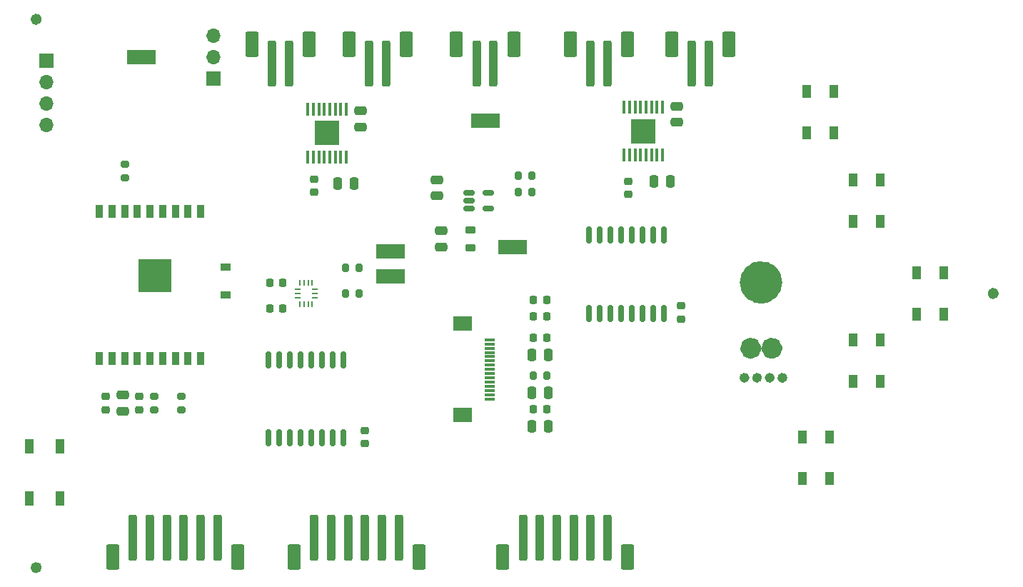
<source format=gbr>
G04 #@! TF.GenerationSoftware,KiCad,Pcbnew,(6.0.6-0)*
G04 #@! TF.CreationDate,2022-08-30T17:18:48-07:00*
G04 #@! TF.ProjectId,RobotDriver,526f626f-7444-4726-9976-65722e6b6963,rev?*
G04 #@! TF.SameCoordinates,Original*
G04 #@! TF.FileFunction,Soldermask,Top*
G04 #@! TF.FilePolarity,Negative*
%FSLAX46Y46*%
G04 Gerber Fmt 4.6, Leading zero omitted, Abs format (unit mm)*
G04 Created by KiCad (PCBNEW (6.0.6-0)) date 2022-08-30 17:18:48*
%MOMM*%
%LPD*%
G01*
G04 APERTURE LIST*
G04 Aperture macros list*
%AMRoundRect*
0 Rectangle with rounded corners*
0 $1 Rounding radius*
0 $2 $3 $4 $5 $6 $7 $8 $9 X,Y pos of 4 corners*
0 Add a 4 corners polygon primitive as box body*
4,1,4,$2,$3,$4,$5,$6,$7,$8,$9,$2,$3,0*
0 Add four circle primitives for the rounded corners*
1,1,$1+$1,$2,$3*
1,1,$1+$1,$4,$5*
1,1,$1+$1,$6,$7*
1,1,$1+$1,$8,$9*
0 Add four rect primitives between the rounded corners*
20,1,$1+$1,$2,$3,$4,$5,0*
20,1,$1+$1,$4,$5,$6,$7,0*
20,1,$1+$1,$6,$7,$8,$9,0*
20,1,$1+$1,$8,$9,$2,$3,0*%
G04 Aperture macros list end*
%ADD10C,0.650000*%
%ADD11C,0.700000*%
%ADD12C,1.500000*%
%ADD13C,2.500000*%
%ADD14RoundRect,0.225000X-0.225000X-0.250000X0.225000X-0.250000X0.225000X0.250000X-0.225000X0.250000X0*%
%ADD15RoundRect,0.200000X0.200000X0.275000X-0.200000X0.275000X-0.200000X-0.275000X0.200000X-0.275000X0*%
%ADD16RoundRect,0.200000X-0.200000X-0.275000X0.200000X-0.275000X0.200000X0.275000X-0.200000X0.275000X0*%
%ADD17RoundRect,0.225000X-0.250000X0.225000X-0.250000X-0.225000X0.250000X-0.225000X0.250000X0.225000X0*%
%ADD18C,1.152000*%
%ADD19R,1.000000X1.500000*%
%ADD20RoundRect,0.250000X0.250000X0.475000X-0.250000X0.475000X-0.250000X-0.475000X0.250000X-0.475000X0*%
%ADD21RoundRect,0.225000X0.250000X-0.225000X0.250000X0.225000X-0.250000X0.225000X-0.250000X-0.225000X0*%
%ADD22RoundRect,0.250000X-0.250000X-2.500000X0.250000X-2.500000X0.250000X2.500000X-0.250000X2.500000X0*%
%ADD23RoundRect,0.250000X-0.550000X-1.250000X0.550000X-1.250000X0.550000X1.250000X-0.550000X1.250000X0*%
%ADD24R,1.700000X1.700000*%
%ADD25O,1.700000X1.700000*%
%ADD26R,0.900000X1.500000*%
%ADD27R,4.000000X4.000000*%
%ADD28R,3.400000X1.800000*%
%ADD29RoundRect,0.250000X0.475000X-0.250000X0.475000X0.250000X-0.475000X0.250000X-0.475000X-0.250000X0*%
%ADD30R,1.300000X0.300000*%
%ADD31R,2.200000X1.800000*%
%ADD32RoundRect,0.250000X0.250000X2.500000X-0.250000X2.500000X-0.250000X-2.500000X0.250000X-2.500000X0*%
%ADD33RoundRect,0.250000X0.550000X1.250000X-0.550000X1.250000X-0.550000X-1.250000X0.550000X-1.250000X0*%
%ADD34RoundRect,0.200000X0.275000X-0.200000X0.275000X0.200000X-0.275000X0.200000X-0.275000X-0.200000X0*%
%ADD35RoundRect,0.250000X-0.475000X0.250000X-0.475000X-0.250000X0.475000X-0.250000X0.475000X0.250000X0*%
%ADD36RoundRect,0.150000X-0.150000X0.875000X-0.150000X-0.875000X0.150000X-0.875000X0.150000X0.875000X0*%
%ADD37R,1.100000X1.800000*%
%ADD38RoundRect,0.100000X-0.100000X0.675000X-0.100000X-0.675000X0.100000X-0.675000X0.100000X0.675000X0*%
%ADD39R,3.000000X3.000000*%
%ADD40RoundRect,0.200000X-0.275000X0.200000X-0.275000X-0.200000X0.275000X-0.200000X0.275000X0.200000X0*%
%ADD41RoundRect,0.250000X-0.250000X-0.475000X0.250000X-0.475000X0.250000X0.475000X-0.250000X0.475000X0*%
%ADD42R,1.200000X0.900000*%
%ADD43RoundRect,0.225000X0.225000X0.250000X-0.225000X0.250000X-0.225000X-0.250000X0.225000X-0.250000X0*%
%ADD44RoundRect,0.218750X-0.381250X0.218750X-0.381250X-0.218750X0.381250X-0.218750X0.381250X0.218750X0*%
%ADD45RoundRect,0.150000X-0.512500X-0.150000X0.512500X-0.150000X0.512500X0.150000X-0.512500X0.150000X0*%
%ADD46R,0.250000X0.675000*%
%ADD47R,0.675000X0.250000*%
G04 APERTURE END LIST*
D10*
X100325000Y-52500000D02*
G75*
G03*
X100325000Y-52500000I-325000J0D01*
G01*
X213825000Y-85000000D02*
G75*
G03*
X213825000Y-85000000I-325000J0D01*
G01*
D11*
X187250000Y-95000000D02*
G75*
G03*
X187250000Y-95000000I-250000J0D01*
G01*
X188750000Y-95000000D02*
G75*
G03*
X188750000Y-95000000I-250000J0D01*
G01*
X185750000Y-95000000D02*
G75*
G03*
X185750000Y-95000000I-250000J0D01*
G01*
X184250000Y-95000000D02*
G75*
G03*
X184250000Y-95000000I-250000J0D01*
G01*
D12*
X185250000Y-91500000D02*
G75*
G03*
X185250000Y-91500000I-500000J0D01*
G01*
X187750000Y-91500000D02*
G75*
G03*
X187750000Y-91500000I-500000J0D01*
G01*
D10*
X100325000Y-117500000D02*
G75*
G03*
X100325000Y-117500000I-325000J0D01*
G01*
D13*
X187218806Y-83691835D02*
G75*
G03*
X187218806Y-83691835I-1250000J0D01*
G01*
D14*
X158975000Y-98750000D03*
X160525000Y-98750000D03*
D15*
X138325000Y-85000000D03*
X136675000Y-85000000D03*
D16*
X158925000Y-94750000D03*
X160575000Y-94750000D03*
D17*
X133000000Y-71475000D03*
X133000000Y-73025000D03*
D18*
X100000000Y-52500000D03*
D19*
X204400000Y-87450000D03*
X207600000Y-87450000D03*
X207600000Y-82550000D03*
X204400000Y-82550000D03*
D20*
X137700000Y-72000000D03*
X135800000Y-72000000D03*
D18*
X213500000Y-85000000D03*
D21*
X176500000Y-88025000D03*
X176500000Y-86475000D03*
D22*
X139500000Y-57750000D03*
X141500000Y-57750000D03*
D23*
X137100000Y-55500000D03*
X143900000Y-55500000D03*
D22*
X165750000Y-57750000D03*
X167750000Y-57750000D03*
D23*
X163350000Y-55500000D03*
X170150000Y-55500000D03*
D14*
X158975000Y-90250000D03*
X160525000Y-90250000D03*
D19*
X196900000Y-76450000D03*
X200100000Y-76450000D03*
X200100000Y-71550000D03*
X196900000Y-71550000D03*
D24*
X101250000Y-57450000D03*
D25*
X101250000Y-59990000D03*
X101250000Y-62530000D03*
X101250000Y-65070000D03*
D22*
X128000000Y-57750000D03*
X130000000Y-57750000D03*
D23*
X125600000Y-55500000D03*
X132400000Y-55500000D03*
D17*
X112250000Y-97225000D03*
X112250000Y-98775000D03*
D18*
X100000000Y-117500000D03*
D26*
X107500000Y-92750000D03*
X109000000Y-92750000D03*
X110500000Y-92750000D03*
X112000000Y-92750000D03*
X113500000Y-92750000D03*
X115000000Y-92750000D03*
X116500000Y-92750000D03*
X118000000Y-92750000D03*
X119500000Y-92750000D03*
X119500000Y-75250000D03*
X118000000Y-75250000D03*
X116500000Y-75250000D03*
X115000000Y-75250000D03*
X113500000Y-75250000D03*
X112000000Y-75250000D03*
X110500000Y-75250000D03*
X109000000Y-75250000D03*
X107500000Y-75250000D03*
D27*
X114110000Y-82900000D03*
D28*
X153250000Y-64500000D03*
D29*
X148000000Y-79500000D03*
X148000000Y-77600000D03*
D30*
X153800000Y-90500000D03*
X153800000Y-91000000D03*
X153800000Y-91500000D03*
X153800000Y-92000000D03*
X153800000Y-92500000D03*
X153800000Y-93000000D03*
X153800000Y-93500000D03*
X153800000Y-94000000D03*
X153800000Y-94500000D03*
X153800000Y-95000000D03*
X153800000Y-95500000D03*
X153800000Y-96000000D03*
X153800000Y-96500000D03*
X153800000Y-97000000D03*
X153800000Y-97500000D03*
D31*
X150550000Y-88600000D03*
X150550000Y-99400000D03*
D32*
X167750000Y-114000000D03*
X165750000Y-114000000D03*
X163750000Y-114000000D03*
X161750000Y-114000000D03*
X159750000Y-114000000D03*
X157750000Y-114000000D03*
D33*
X170150000Y-116250000D03*
X155350000Y-116250000D03*
D24*
X121000000Y-59540000D03*
D25*
X121000000Y-57000000D03*
X121000000Y-54460000D03*
D28*
X112500000Y-57000000D03*
D17*
X170250000Y-71725000D03*
X170250000Y-73275000D03*
D34*
X114000000Y-98825000D03*
X114000000Y-97175000D03*
D35*
X176000000Y-62800000D03*
X176000000Y-64700000D03*
D28*
X142000000Y-83000000D03*
D36*
X136445000Y-92850000D03*
X135175000Y-92850000D03*
X133905000Y-92850000D03*
X132635000Y-92850000D03*
X131365000Y-92850000D03*
X130095000Y-92850000D03*
X128825000Y-92850000D03*
X127555000Y-92850000D03*
X127555000Y-102150000D03*
X128825000Y-102150000D03*
X130095000Y-102150000D03*
X131365000Y-102150000D03*
X132635000Y-102150000D03*
X133905000Y-102150000D03*
X135175000Y-102150000D03*
X136445000Y-102150000D03*
D34*
X117250000Y-98825000D03*
X117250000Y-97175000D03*
D32*
X143000000Y-114000000D03*
X141000000Y-114000000D03*
X139000000Y-114000000D03*
X137000000Y-114000000D03*
X135000000Y-114000000D03*
X133000000Y-114000000D03*
D33*
X145400000Y-116250000D03*
X130600000Y-116250000D03*
D19*
X200100000Y-90550000D03*
X196900000Y-90550000D03*
X196900000Y-95450000D03*
X200100000Y-95450000D03*
D15*
X138325000Y-82000000D03*
X136675000Y-82000000D03*
D35*
X110250000Y-97050000D03*
X110250000Y-98950000D03*
D20*
X175200000Y-71750000D03*
X173300000Y-71750000D03*
D17*
X108250000Y-97225000D03*
X108250000Y-98775000D03*
D37*
X99150000Y-109350000D03*
X99150000Y-103150000D03*
X102850000Y-109350000D03*
X102850000Y-103150000D03*
D35*
X147500000Y-71550000D03*
X147500000Y-73450000D03*
D32*
X121500000Y-114000000D03*
X119500000Y-114000000D03*
X117500000Y-114000000D03*
X115500000Y-114000000D03*
X113500000Y-114000000D03*
X111500000Y-114000000D03*
D33*
X123900000Y-116250000D03*
X109100000Y-116250000D03*
D14*
X158975000Y-87750000D03*
X160525000Y-87750000D03*
D21*
X139000000Y-102775000D03*
X139000000Y-101225000D03*
D19*
X190900000Y-106950000D03*
X194100000Y-106950000D03*
X194100000Y-102050000D03*
X190900000Y-102050000D03*
D38*
X174275000Y-62875000D03*
X173625000Y-62875000D03*
X172975000Y-62875000D03*
X172325000Y-62875000D03*
X171675000Y-62875000D03*
X171025000Y-62875000D03*
X170375000Y-62875000D03*
X169725000Y-62875000D03*
X169725000Y-68625000D03*
X170375000Y-68625000D03*
X171025000Y-68625000D03*
X171675000Y-68625000D03*
X172325000Y-68625000D03*
X172975000Y-68625000D03*
X173625000Y-68625000D03*
X174275000Y-68625000D03*
D39*
X172000000Y-65750000D03*
D40*
X110500000Y-69675000D03*
X110500000Y-71325000D03*
D22*
X177750000Y-57750000D03*
X179750000Y-57750000D03*
D23*
X182150000Y-55500000D03*
X175350000Y-55500000D03*
D38*
X136775000Y-63125000D03*
X136125000Y-63125000D03*
X135475000Y-63125000D03*
X134825000Y-63125000D03*
X134175000Y-63125000D03*
X133525000Y-63125000D03*
X132875000Y-63125000D03*
X132225000Y-63125000D03*
X132225000Y-68875000D03*
X132875000Y-68875000D03*
X133525000Y-68875000D03*
X134175000Y-68875000D03*
X134825000Y-68875000D03*
X135475000Y-68875000D03*
X136125000Y-68875000D03*
X136775000Y-68875000D03*
D39*
X134500000Y-66000000D03*
D35*
X138500000Y-63350000D03*
X138500000Y-65250000D03*
D41*
X158800000Y-96750000D03*
X160700000Y-96750000D03*
D28*
X142000000Y-80000000D03*
X156500000Y-79500000D03*
D16*
X157175000Y-71000000D03*
X158825000Y-71000000D03*
D42*
X122500000Y-85150000D03*
X122500000Y-81850000D03*
D43*
X129275000Y-83750000D03*
X127725000Y-83750000D03*
X129275000Y-86750000D03*
X127725000Y-86750000D03*
D41*
X158800000Y-92250000D03*
X160700000Y-92250000D03*
D19*
X191400000Y-65950000D03*
X194600000Y-65950000D03*
X194600000Y-61050000D03*
X191400000Y-61050000D03*
D44*
X151500000Y-77437500D03*
X151500000Y-79562500D03*
D45*
X151362500Y-73050000D03*
X151362500Y-74000000D03*
X151362500Y-74950000D03*
X153637500Y-74950000D03*
X153637500Y-73050000D03*
D41*
X158800000Y-100750000D03*
X160700000Y-100750000D03*
D22*
X152250000Y-57750000D03*
X154250000Y-57750000D03*
D23*
X156650000Y-55500000D03*
X149850000Y-55500000D03*
D36*
X174445000Y-78100000D03*
X173175000Y-78100000D03*
X171905000Y-78100000D03*
X170635000Y-78100000D03*
X169365000Y-78100000D03*
X168095000Y-78100000D03*
X166825000Y-78100000D03*
X165555000Y-78100000D03*
X165555000Y-87400000D03*
X166825000Y-87400000D03*
X168095000Y-87400000D03*
X169365000Y-87400000D03*
X170635000Y-87400000D03*
X171905000Y-87400000D03*
X173175000Y-87400000D03*
X174445000Y-87400000D03*
D14*
X158975000Y-85750000D03*
X160525000Y-85750000D03*
D15*
X158825000Y-73000000D03*
X157175000Y-73000000D03*
D46*
X132750000Y-83737500D03*
X132250000Y-83737500D03*
X131750000Y-83737500D03*
X131250000Y-83737500D03*
D47*
X130987500Y-84500000D03*
X130987500Y-85000000D03*
X130987500Y-85500000D03*
D46*
X131250000Y-86262500D03*
X131750000Y-86262500D03*
X132250000Y-86262500D03*
X132750000Y-86262500D03*
D47*
X133012500Y-85500000D03*
X133012500Y-85000000D03*
X133012500Y-84500000D03*
M02*

</source>
